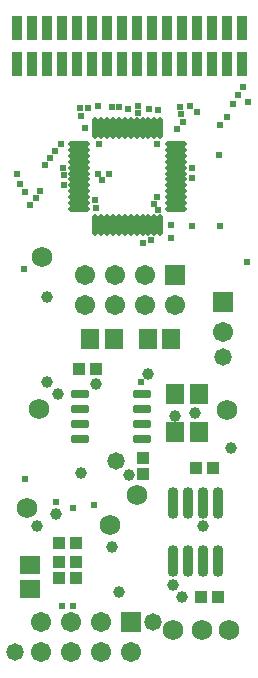
<source format=gbs>
G04 Layer_Color=16711935*
%FSLAX43Y43*%
%MOMM*%
G71*
G01*
G75*
%ADD45R,1.703X1.603*%
%ADD46R,1.003X1.103*%
%ADD47R,1.103X1.003*%
%ADD48R,1.603X1.703*%
%ADD49O,0.503X1.853*%
%ADD50O,1.853X0.503*%
G04:AMPARAMS|DCode=53|XSize=0.753mm|YSize=1.453mm|CornerRadius=0.151mm|HoleSize=0mm|Usage=FLASHONLY|Rotation=90.000|XOffset=0mm|YOffset=0mm|HoleType=Round|Shape=RoundedRectangle|*
%AMROUNDEDRECTD53*
21,1,0.753,1.151,0,0,90.0*
21,1,0.451,1.453,0,0,90.0*
1,1,0.302,0.576,0.226*
1,1,0.302,0.576,-0.226*
1,1,0.302,-0.576,-0.226*
1,1,0.302,-0.576,0.226*
%
%ADD53ROUNDEDRECTD53*%
%ADD55C,1.703*%
%ADD56R,1.703X1.703*%
%ADD57R,1.703X1.703*%
%ADD58C,1.727*%
%ADD59C,0.603*%
%ADD60C,1.473*%
%ADD61C,1.003*%
%ADD62R,0.864X2.134*%
%ADD63O,0.903X2.703*%
D45*
X2600Y6400D02*
D03*
Y8400D02*
D03*
D46*
X8200Y25000D02*
D03*
X6800D02*
D03*
X6500Y7300D02*
D03*
X5100D02*
D03*
X6500Y8700D02*
D03*
X5100D02*
D03*
X6500Y10300D02*
D03*
X5100D02*
D03*
X17100Y5700D02*
D03*
X18500D02*
D03*
X18100Y16600D02*
D03*
X16700D02*
D03*
D47*
X12200Y16100D02*
D03*
Y17500D02*
D03*
D48*
X14600Y27500D02*
D03*
X12600D02*
D03*
X7700D02*
D03*
X9700D02*
D03*
X14900Y19700D02*
D03*
X16900D02*
D03*
X14900Y22900D02*
D03*
X16900D02*
D03*
D49*
X8150Y45400D02*
D03*
X8650D02*
D03*
X9150D02*
D03*
X9650D02*
D03*
X10150D02*
D03*
X10650D02*
D03*
X11150D02*
D03*
X11650D02*
D03*
X12150D02*
D03*
X12650D02*
D03*
X13150D02*
D03*
X13650D02*
D03*
Y37200D02*
D03*
X13150D02*
D03*
X12650D02*
D03*
X12150D02*
D03*
X11650D02*
D03*
X11150D02*
D03*
X10650D02*
D03*
X10150D02*
D03*
X9650D02*
D03*
X9150D02*
D03*
X8650D02*
D03*
X8150D02*
D03*
D50*
X15000Y44050D02*
D03*
Y43550D02*
D03*
Y43050D02*
D03*
Y42550D02*
D03*
Y42050D02*
D03*
Y41550D02*
D03*
Y41050D02*
D03*
Y40550D02*
D03*
Y40050D02*
D03*
Y39550D02*
D03*
Y39050D02*
D03*
Y38550D02*
D03*
X6800D02*
D03*
Y39050D02*
D03*
Y39550D02*
D03*
Y40050D02*
D03*
Y40550D02*
D03*
Y41050D02*
D03*
Y41550D02*
D03*
Y42050D02*
D03*
Y42550D02*
D03*
Y43050D02*
D03*
Y43550D02*
D03*
Y44050D02*
D03*
D53*
X6875Y19095D02*
D03*
Y20365D02*
D03*
Y21635D02*
D03*
Y22905D02*
D03*
X12125Y19095D02*
D03*
Y20365D02*
D03*
Y21635D02*
D03*
Y22905D02*
D03*
D55*
X3560Y1060D02*
D03*
Y3600D02*
D03*
X6100Y1060D02*
D03*
Y3600D02*
D03*
X8640Y1060D02*
D03*
Y3600D02*
D03*
X11180Y1060D02*
D03*
X19000Y28100D02*
D03*
X14920Y30400D02*
D03*
X12380Y32940D02*
D03*
Y30400D02*
D03*
X9840Y32940D02*
D03*
Y30400D02*
D03*
X7300Y32940D02*
D03*
Y30400D02*
D03*
D56*
X11180Y3600D02*
D03*
X14920Y32940D02*
D03*
D57*
X19000Y30640D02*
D03*
D58*
X2400Y13200D02*
D03*
X14700Y2900D02*
D03*
X17200D02*
D03*
X19500D02*
D03*
X9400Y11800D02*
D03*
X19300Y21500D02*
D03*
X3400Y21600D02*
D03*
X3600Y34500D02*
D03*
X11700Y14300D02*
D03*
D59*
X6820Y47100D02*
D03*
X6912Y46400D02*
D03*
X8400Y47300D02*
D03*
X9600Y47200D02*
D03*
X7500Y47100D02*
D03*
X16200Y47300D02*
D03*
X15448Y46600D02*
D03*
X15552Y45900D02*
D03*
X16800Y46800D02*
D03*
X10200Y47200D02*
D03*
X10900Y47000D02*
D03*
X11800Y46700D02*
D03*
X12700Y47000D02*
D03*
X11800Y47248D02*
D03*
X13500Y46900D02*
D03*
X2100Y33500D02*
D03*
X12000Y23900D02*
D03*
X20975Y34025D02*
D03*
X2200Y15700D02*
D03*
X4800Y13700D02*
D03*
X6300Y13200D02*
D03*
X8000Y13500D02*
D03*
X5300Y4900D02*
D03*
X6300D02*
D03*
X8450Y44050D02*
D03*
X7300Y45400D02*
D03*
X4300Y42900D02*
D03*
X3900Y42300D02*
D03*
X3500Y40100D02*
D03*
X3100Y39500D02*
D03*
X2600Y38900D02*
D03*
X14600Y37200D02*
D03*
Y36100D02*
D03*
X12900Y35900D02*
D03*
X15050Y45300D02*
D03*
X12200Y35700D02*
D03*
X8100Y39300D02*
D03*
X13500Y38500D02*
D03*
X13100Y39000D02*
D03*
X8200Y38600D02*
D03*
X13400Y39600D02*
D03*
X13350Y44050D02*
D03*
X8400Y41500D02*
D03*
X1500D02*
D03*
X4700Y43493D02*
D03*
X5250Y44050D02*
D03*
X5400Y42000D02*
D03*
X5500Y41400D02*
D03*
X2175Y39975D02*
D03*
X5500Y40600D02*
D03*
X1750Y40650D02*
D03*
X9350Y41550D02*
D03*
X8700Y41000D02*
D03*
X16300Y41200D02*
D03*
Y37100D02*
D03*
X18700D02*
D03*
X16350Y42050D02*
D03*
X18600Y43100D02*
D03*
X15348Y47200D02*
D03*
X18700Y45700D02*
D03*
X19300Y46300D02*
D03*
X19800Y47400D02*
D03*
X20200Y48200D02*
D03*
X20650Y48900D02*
D03*
X21100Y47600D02*
D03*
D60*
X1340Y1060D02*
D03*
X13000Y3600D02*
D03*
X19000Y26000D02*
D03*
X9895Y17195D02*
D03*
D61*
X12600Y24600D02*
D03*
X8200Y23700D02*
D03*
X4100Y23900D02*
D03*
X4100Y31100D02*
D03*
X4800Y12700D02*
D03*
X3200Y11700D02*
D03*
X14695Y6695D02*
D03*
X9550Y9950D02*
D03*
X10200Y6100D02*
D03*
X15500Y5700D02*
D03*
X17235Y11735D02*
D03*
X19600Y18300D02*
D03*
X5005Y22905D02*
D03*
X14895Y21005D02*
D03*
X16600Y21300D02*
D03*
X11000Y16000D02*
D03*
X6900Y16200D02*
D03*
D62*
X1500Y53848D02*
D03*
Y50800D02*
D03*
X2770Y53848D02*
D03*
Y50800D02*
D03*
X4040Y53848D02*
D03*
Y50800D02*
D03*
X5310Y53848D02*
D03*
Y50800D02*
D03*
X6580Y53848D02*
D03*
Y50800D02*
D03*
X7850Y53848D02*
D03*
Y50800D02*
D03*
X9120Y53848D02*
D03*
Y50800D02*
D03*
X10390Y53848D02*
D03*
Y50800D02*
D03*
X11660Y53848D02*
D03*
Y50800D02*
D03*
X12930Y53848D02*
D03*
Y50800D02*
D03*
X14200Y53848D02*
D03*
Y50800D02*
D03*
X15470Y53848D02*
D03*
Y50800D02*
D03*
X16740Y53848D02*
D03*
Y50800D02*
D03*
X18010Y53848D02*
D03*
Y50800D02*
D03*
X19280Y53848D02*
D03*
Y50800D02*
D03*
X20550Y53848D02*
D03*
Y50800D02*
D03*
D63*
X18505Y8750D02*
D03*
X17235D02*
D03*
X15965D02*
D03*
X14695D02*
D03*
X18505Y13650D02*
D03*
X17235D02*
D03*
X15965D02*
D03*
X14695D02*
D03*
M02*

</source>
